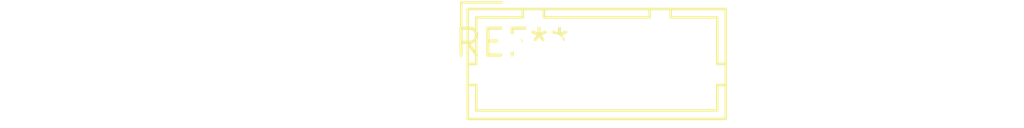
<source format=kicad_pcb>
(kicad_pcb (version 20240108) (generator pcbnew)
  (layers (0 "F.Cu" signal) (31 "B.Cu" signal) (34 "B.Paste" user) (35 "F.Paste" user) (36 "B.SilkS" user "B.Silkscreen") (37 "F.SilkS" user "F.Silkscreen") (38 "B.Mask" user) (39 "F.Mask" user) (44 "Edge.Cuts" user))
  (net 0 "")
  (footprint "Hirose_DF11-10DP-2DSA_2x05_P2.00mm_Vertical" (layer "F.Cu") (at 0 0)
    (property "Reference" "REF**")
    (property "Value" "Hirose_DF11-10DP-2DSA_2x05_P2.00mm_Vertical")
    (fp_line (start -2.41 -1.91) (end -0.5 -1.91) (layer "F.SilkS") (stroke (width 0.12)))
    (fp_line (start -2.41 0) (end -2.41 -1.91) (layer "F.SilkS") (stroke (width 0.12)))
    (fp_line (start -2.1 -1.6) (end -2.1 3.6) (layer "F.SilkS") (stroke (width 0.12)))
    (fp_line (start -2.1 1) (end -1.7 1) (layer "F.SilkS") (stroke (width 0.12)))
    (fp_line (start -2.1 2) (end -1.7 2) (layer "F.SilkS") (stroke (width 0.12)))
    (fp_line (start -2.1 3.6) (end 10.1 3.6) (layer "F.SilkS") (stroke (width 0.12)))
    (fp_line (start -1.7 -1.2) (end 0.5 -1.2) (layer "F.SilkS") (stroke (width 0.12)))
    (fp_line (start -1.7 1) (end -1.7 -1.2) (layer "F.SilkS") (stroke (width 0.12)))
    (fp_line (start -1.7 2) (end -1.7 3.2) (layer "F.SilkS") (stroke (width 0.12)))
    (fp_line (start -1.7 3.2) (end 9.7 3.2) (layer "F.SilkS") (stroke (width 0.12)))
    (fp_line (start 0.5 -1.2) (end 0.5 -1.6) (layer "F.SilkS") (stroke (width 0.12)))
    (fp_line (start 1.5 -1.6) (end 1.5 -1.2) (layer "F.SilkS") (stroke (width 0.12)))
    (fp_line (start 1.5 -1.2) (end 6.5 -1.2) (layer "F.SilkS") (stroke (width 0.12)))
    (fp_line (start 6.5 -1.2) (end 6.5 -1.6) (layer "F.SilkS") (stroke (width 0.12)))
    (fp_line (start 7.5 -1.2) (end 7.5 -1.6) (layer "F.SilkS") (stroke (width 0.12)))
    (fp_line (start 9.7 -1.2) (end 7.5 -1.2) (layer "F.SilkS") (stroke (width 0.12)))
    (fp_line (start 9.7 1) (end 9.7 -1.2) (layer "F.SilkS") (stroke (width 0.12)))
    (fp_line (start 9.7 2) (end 10.1 2) (layer "F.SilkS") (stroke (width 0.12)))
    (fp_line (start 9.7 3.2) (end 9.7 2) (layer "F.SilkS") (stroke (width 0.12)))
    (fp_line (start 10.1 -1.6) (end -2.1 -1.6) (layer "F.SilkS") (stroke (width 0.12)))
    (fp_line (start 10.1 1) (end 9.7 1) (layer "F.SilkS") (stroke (width 0.12)))
    (fp_line (start 10.1 3.6) (end 10.1 -1.6) (layer "F.SilkS") (stroke (width 0.12)))
    (pad "1" thru_hole roundrect (at 0 0) (size 1.2 1.65) (drill 0.85) (layers *.Cu *.Mask) (remove_unused_layers) (roundrect_rratio 0.208333))
    (pad "2" thru_hole oval (at 0 2) (size 1.2 1.65) (drill 0.85) (layers *.Cu *.Mask) (remove_unused_layers))
    (pad "3" thru_hole oval (at 2 0) (size 1.2 1.65) (drill 0.85) (layers *.Cu *.Mask) (remove_unused_layers))
    (pad "4" thru_hole oval (at 2 2) (size 1.2 1.65) (drill 0.85) (layers *.Cu *.Mask) (remove_unused_layers))
    (pad "5" thru_hole oval (at 4 0) (size 1.2 1.65) (drill 0.85) (layers *.Cu *.Mask) (remove_unused_layers))
    (pad "6" thru_hole oval (at 4 2) (size 1.2 1.65) (drill 0.85) (layers *.Cu *.Mask) (remove_unused_layers))
    (pad "7" thru_hole oval (at 6 0) (size 1.2 1.65) (drill 0.85) (layers *.Cu *.Mask) (remove_unused_layers))
    (pad "8" thru_hole oval (at 6 2) (size 1.2 1.65) (drill 0.85) (layers *.Cu *.Mask) (remove_unused_layers))
    (pad "9" thru_hole oval (at 8 0) (size 1.2 1.65) (drill 0.85) (layers *.Cu *.Mask) (remove_unused_layers))
    (pad "10" thru_hole oval (at 8 2) (size 1.2 1.65) (drill 0.85) (layers *.Cu *.Mask) (remove_unused_layers))
  )
)
</source>
